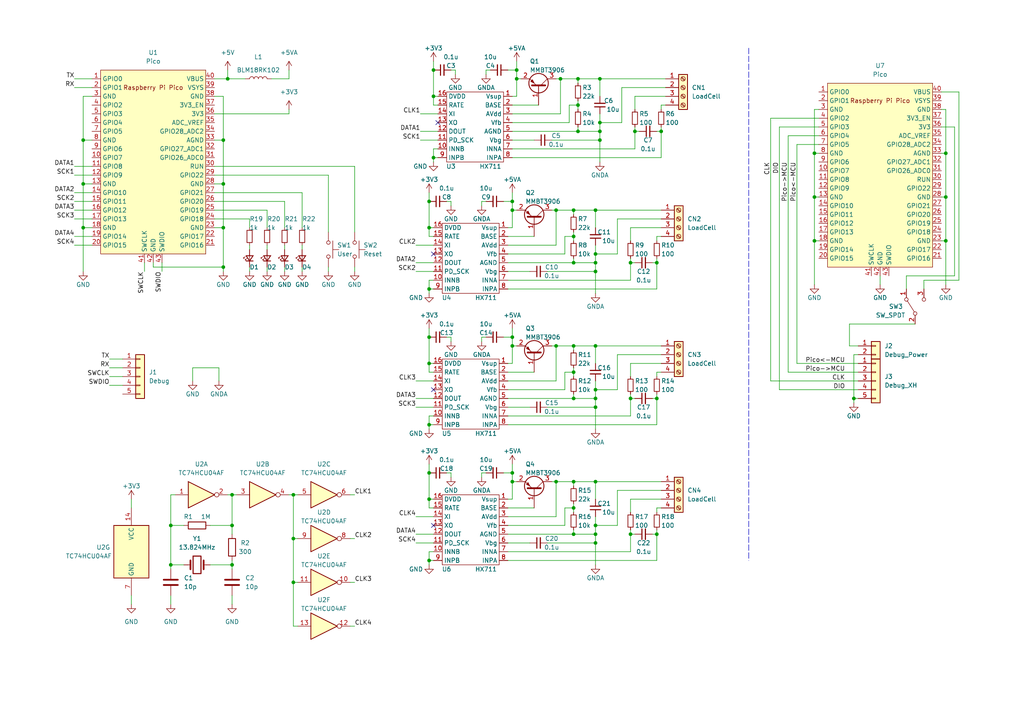
<source format=kicad_sch>
(kicad_sch (version 20211123) (generator eeschema)
  (paper "A4")
  (junction (at 162.56 22.86))
  (junction (at 172.72 73.66))
  (junction (at 172.72 139.7))
  (junction (at 172.72 157.48))
  (junction (at 191.77 38.1))
  (junction (at 274.32 44.45))
  (junction (at 167.64 22.86))
  (junction (at 190.5 115.57))
  (junction (at 24.13 53.34))
  (junction (at 161.29 100.33))
  (junction (at 149.86 22.86))
  (junction (at 172.72 100.33))
  (junction (at 166.37 147.32))
  (junction (at 167.64 30.48))
  (junction (at 166.37 107.95))
  (junction (at 236.22 44.45))
  (junction (at 172.72 115.57))
  (junction (at 124.46 162.56))
  (junction (at 24.13 66.04))
  (junction (at 173.99 22.86))
  (junction (at 124.46 97.79))
  (junction (at 149.86 20.32))
  (junction (at 167.64 38.1))
  (junction (at 247.65 115.57))
  (junction (at 85.09 168.91))
  (junction (at 190.5 154.94))
  (junction (at 148.59 58.42))
  (junction (at 190.5 76.2))
  (junction (at 67.31 163.83))
  (junction (at 172.72 154.94))
  (junction (at 172.72 60.96))
  (junction (at 172.72 113.03))
  (junction (at 125.73 27.94))
  (junction (at 67.31 143.51))
  (junction (at 125.73 20.32))
  (junction (at 172.72 78.74))
  (junction (at 173.99 35.56))
  (junction (at 172.72 76.2))
  (junction (at 124.46 137.16))
  (junction (at 49.53 152.4))
  (junction (at 182.88 154.94))
  (junction (at 125.73 45.72))
  (junction (at 124.46 66.04))
  (junction (at 172.72 152.4))
  (junction (at 85.09 143.51))
  (junction (at 148.59 100.33))
  (junction (at 148.59 139.7))
  (junction (at 64.77 66.04))
  (junction (at 166.37 60.96))
  (junction (at 64.77 77.47))
  (junction (at 166.37 76.2))
  (junction (at 66.04 22.86))
  (junction (at 173.99 38.1))
  (junction (at 64.77 40.64))
  (junction (at 236.22 69.85))
  (junction (at 124.46 123.19))
  (junction (at 67.31 152.4))
  (junction (at 161.29 139.7))
  (junction (at 148.59 60.96))
  (junction (at 274.32 57.15))
  (junction (at 173.99 40.64))
  (junction (at 182.88 115.57))
  (junction (at 166.37 139.7))
  (junction (at 184.15 38.1))
  (junction (at 24.13 40.64))
  (junction (at 166.37 100.33))
  (junction (at 49.53 163.83))
  (junction (at 124.46 83.82))
  (junction (at 236.22 57.15))
  (junction (at 161.29 60.96))
  (junction (at 166.37 154.94))
  (junction (at 274.32 69.85))
  (junction (at 182.88 76.2))
  (junction (at 64.77 53.34))
  (junction (at 148.59 137.16))
  (junction (at 166.37 115.57))
  (junction (at 148.59 97.79))
  (junction (at 172.72 118.11))
  (junction (at 166.37 68.58))
  (junction (at 124.46 105.41))
  (junction (at 85.09 156.21))
  (junction (at 124.46 144.78))
  (junction (at 124.46 58.42))
  (no_connect (at 125.73 152.4))
  (no_connect (at 125.73 113.03))
  (no_connect (at 125.73 73.66))
  (no_connect (at 127 35.56))
  (wire (pts (xy 102.87 77.47) (xy 102.87 78.74)))
  (wire (pts (xy 172.72 76.2) (xy 172.72 78.74)))
  (wire (pts (xy 120.65 149.86) (xy 125.73 149.86)))
  (wire (pts (xy 148.59 43.18) (xy 184.15 43.18)))
  (wire (pts (xy 262.89 80.01) (xy 276.86 80.01)))
  (wire (pts (xy 85.09 168.91) (xy 86.36 168.91)))
  (wire (pts (xy 237.49 57.15) (xy 236.22 57.15)))
  (wire (pts (xy 148.59 35.56) (xy 165.1 35.56)))
  (wire (pts (xy 236.22 44.45) (xy 236.22 57.15)))
  (wire (pts (xy 120.65 71.12) (xy 125.73 71.12)))
  (wire (pts (xy 124.46 83.82) (xy 124.46 85.09)))
  (wire (pts (xy 139.7 137.16) (xy 139.7 138.43)))
  (wire (pts (xy 62.23 33.02) (xy 83.82 33.02)))
  (wire (pts (xy 78.74 22.86) (xy 83.82 22.86)))
  (wire (pts (xy 64.77 77.47) (xy 64.77 78.74)))
  (wire (pts (xy 62.23 48.26) (xy 102.87 48.26)))
  (wire (pts (xy 191.77 102.87) (xy 179.07 102.87)))
  (wire (pts (xy 231.14 41.91) (xy 231.14 105.41)))
  (wire (pts (xy 101.6 143.51) (xy 102.87 143.51)))
  (wire (pts (xy 166.37 146.05) (xy 166.37 147.32)))
  (wire (pts (xy 148.59 27.94) (xy 149.86 27.94)))
  (wire (pts (xy 237.49 69.85) (xy 236.22 69.85)))
  (wire (pts (xy 148.59 134.62) (xy 148.59 137.16)))
  (wire (pts (xy 44.45 76.2) (xy 44.45 77.47)))
  (wire (pts (xy 160.02 100.33) (xy 161.29 100.33)))
  (wire (pts (xy 182.88 115.57) (xy 184.15 115.57)))
  (wire (pts (xy 182.88 76.2) (xy 184.15 76.2)))
  (wire (pts (xy 149.86 17.78) (xy 149.86 20.32)))
  (wire (pts (xy 147.32 83.82) (xy 190.5 83.82)))
  (wire (pts (xy 124.46 123.19) (xy 124.46 124.46)))
  (wire (pts (xy 147.32 115.57) (xy 166.37 115.57)))
  (wire (pts (xy 160.02 40.64) (xy 173.99 40.64)))
  (wire (pts (xy 166.37 153.67) (xy 166.37 154.94)))
  (wire (pts (xy 236.22 69.85) (xy 236.22 82.55)))
  (wire (pts (xy 166.37 67.31) (xy 166.37 68.58)))
  (wire (pts (xy 85.09 156.21) (xy 85.09 168.91)))
  (wire (pts (xy 148.59 139.7) (xy 149.86 139.7)))
  (wire (pts (xy 124.46 107.95) (xy 125.73 107.95)))
  (wire (pts (xy 172.72 157.48) (xy 172.72 163.83)))
  (wire (pts (xy 64.77 66.04) (xy 64.77 77.47)))
  (wire (pts (xy 161.29 139.7) (xy 161.29 149.86)))
  (wire (pts (xy 55.88 106.68) (xy 63.5 106.68)))
  (wire (pts (xy 102.87 48.26) (xy 102.87 67.31)))
  (wire (pts (xy 148.59 60.96) (xy 149.86 60.96)))
  (wire (pts (xy 148.59 95.25) (xy 148.59 97.79)))
  (wire (pts (xy 149.86 20.32) (xy 149.86 22.86)))
  (wire (pts (xy 85.09 168.91) (xy 85.09 181.61)))
  (wire (pts (xy 21.59 22.86) (xy 26.67 22.86)))
  (wire (pts (xy 124.46 134.62) (xy 124.46 137.16)))
  (wire (pts (xy 77.47 66.04) (xy 77.47 60.96)))
  (wire (pts (xy 237.49 39.37) (xy 228.6 39.37)))
  (wire (pts (xy 77.47 71.12) (xy 77.47 72.39)))
  (wire (pts (xy 62.23 58.42) (xy 82.55 58.42)))
  (wire (pts (xy 125.73 17.78) (xy 125.73 20.32)))
  (wire (pts (xy 166.37 68.58) (xy 166.37 69.85)))
  (wire (pts (xy 21.59 25.4) (xy 26.67 25.4)))
  (wire (pts (xy 87.63 77.47) (xy 87.63 78.74)))
  (wire (pts (xy 246.38 100.33) (xy 248.92 100.33)))
  (wire (pts (xy 129.54 97.79) (xy 130.81 97.79)))
  (wire (pts (xy 274.32 31.75) (xy 274.32 44.45)))
  (wire (pts (xy 148.59 137.16) (xy 148.59 139.7)))
  (wire (pts (xy 147.32 68.58) (xy 154.94 68.58)))
  (wire (pts (xy 87.63 55.88) (xy 62.23 55.88)))
  (wire (pts (xy 147.32 157.48) (xy 153.67 157.48)))
  (wire (pts (xy 182.88 74.93) (xy 182.88 76.2)))
  (wire (pts (xy 148.59 38.1) (xy 167.64 38.1)))
  (wire (pts (xy 124.46 97.79) (xy 124.46 105.41)))
  (wire (pts (xy 163.83 147.32) (xy 166.37 147.32)))
  (wire (pts (xy 182.88 109.22) (xy 182.88 105.41)))
  (wire (pts (xy 167.64 22.86) (xy 167.64 24.13)))
  (wire (pts (xy 64.77 40.64) (xy 64.77 53.34)))
  (wire (pts (xy 147.32 162.56) (xy 190.5 162.56)))
  (wire (pts (xy 182.88 120.65) (xy 182.88 115.57)))
  (wire (pts (xy 172.72 152.4) (xy 172.72 154.94)))
  (wire (pts (xy 166.37 107.95) (xy 166.37 109.22)))
  (wire (pts (xy 62.23 22.86) (xy 66.04 22.86)))
  (wire (pts (xy 166.37 100.33) (xy 172.72 100.33)))
  (wire (pts (xy 167.64 38.1) (xy 173.99 38.1)))
  (wire (pts (xy 124.46 81.28) (xy 124.46 83.82)))
  (wire (pts (xy 228.6 107.95) (xy 248.92 107.95)))
  (wire (pts (xy 172.72 73.66) (xy 172.72 76.2)))
  (wire (pts (xy 49.53 172.72) (xy 49.53 175.26)))
  (wire (pts (xy 166.37 154.94) (xy 172.72 154.94)))
  (wire (pts (xy 278.13 26.67) (xy 273.05 26.67)))
  (wire (pts (xy 248.92 113.03) (xy 226.06 113.03)))
  (wire (pts (xy 148.59 58.42) (xy 148.59 60.96)))
  (wire (pts (xy 124.46 105.41) (xy 124.46 107.95)))
  (wire (pts (xy 146.05 97.79) (xy 148.59 97.79)))
  (wire (pts (xy 147.32 71.12) (xy 161.29 71.12)))
  (wire (pts (xy 172.72 113.03) (xy 172.72 115.57)))
  (wire (pts (xy 190.5 83.82) (xy 190.5 76.2)))
  (wire (pts (xy 172.72 139.7) (xy 172.72 144.78)))
  (wire (pts (xy 72.39 66.04) (xy 72.39 63.5)))
  (wire (pts (xy 72.39 77.47) (xy 72.39 78.74)))
  (wire (pts (xy 85.09 143.51) (xy 86.36 143.51)))
  (wire (pts (xy 267.97 83.82) (xy 267.97 81.28)))
  (wire (pts (xy 274.32 44.45) (xy 274.32 57.15)))
  (wire (pts (xy 191.77 142.24) (xy 179.07 142.24)))
  (wire (pts (xy 228.6 39.37) (xy 228.6 107.95)))
  (wire (pts (xy 72.39 71.12) (xy 72.39 72.39)))
  (wire (pts (xy 130.81 20.32) (xy 132.08 20.32)))
  (wire (pts (xy 223.52 34.29) (xy 237.49 34.29)))
  (wire (pts (xy 129.54 58.42) (xy 130.81 58.42)))
  (wire (pts (xy 125.73 81.28) (xy 124.46 81.28)))
  (wire (pts (xy 167.64 22.86) (xy 173.99 22.86)))
  (wire (pts (xy 21.59 71.12) (xy 26.67 71.12)))
  (wire (pts (xy 38.1 172.72) (xy 38.1 175.26)))
  (wire (pts (xy 125.73 45.72) (xy 127 45.72)))
  (wire (pts (xy 147.32 81.28) (xy 182.88 81.28)))
  (wire (pts (xy 142.24 20.32) (xy 140.97 20.32)))
  (wire (pts (xy 172.72 149.86) (xy 172.72 152.4)))
  (wire (pts (xy 182.88 114.3) (xy 182.88 115.57)))
  (wire (pts (xy 184.15 38.1) (xy 185.42 38.1)))
  (wire (pts (xy 62.23 66.04) (xy 64.77 66.04)))
  (wire (pts (xy 120.65 118.11) (xy 125.73 118.11)))
  (wire (pts (xy 184.15 31.75) (xy 184.15 27.94)))
  (wire (pts (xy 60.96 152.4) (xy 67.31 152.4)))
  (wire (pts (xy 21.59 48.26) (xy 26.67 48.26)))
  (wire (pts (xy 86.36 181.61) (xy 85.09 181.61)))
  (wire (pts (xy 172.72 60.96) (xy 191.77 60.96)))
  (wire (pts (xy 139.7 58.42) (xy 139.7 59.69)))
  (wire (pts (xy 231.14 105.41) (xy 248.92 105.41)))
  (wire (pts (xy 148.59 55.88) (xy 148.59 58.42)))
  (wire (pts (xy 120.65 154.94) (xy 125.73 154.94)))
  (wire (pts (xy 223.52 34.29) (xy 223.52 110.49)))
  (wire (pts (xy 173.99 38.1) (xy 173.99 40.64)))
  (wire (pts (xy 147.32 149.86) (xy 161.29 149.86)))
  (wire (pts (xy 189.23 154.94) (xy 190.5 154.94)))
  (wire (pts (xy 66.04 143.51) (xy 67.31 143.51)))
  (wire (pts (xy 120.65 110.49) (xy 125.73 110.49)))
  (wire (pts (xy 146.05 58.42) (xy 148.59 58.42)))
  (wire (pts (xy 24.13 66.04) (xy 26.67 66.04)))
  (wire (pts (xy 44.45 77.47) (xy 64.77 77.47)))
  (wire (pts (xy 182.88 154.94) (xy 184.15 154.94)))
  (wire (pts (xy 190.5 69.85) (xy 190.5 68.58)))
  (wire (pts (xy 24.13 53.34) (xy 26.67 53.34)))
  (wire (pts (xy 124.46 58.42) (xy 124.46 66.04)))
  (wire (pts (xy 127 43.18) (xy 125.73 43.18)))
  (wire (pts (xy 67.31 162.56) (xy 67.31 163.83)))
  (wire (pts (xy 236.22 31.75) (xy 236.22 44.45)))
  (wire (pts (xy 129.54 137.16) (xy 130.81 137.16)))
  (wire (pts (xy 247.65 115.57) (xy 248.92 115.57)))
  (wire (pts (xy 149.86 22.86) (xy 149.86 27.94)))
  (wire (pts (xy 184.15 36.83) (xy 184.15 38.1)))
  (wire (pts (xy 64.77 53.34) (xy 64.77 66.04)))
  (wire (pts (xy 167.64 36.83) (xy 167.64 38.1)))
  (wire (pts (xy 55.88 110.49) (xy 55.88 106.68)))
  (wire (pts (xy 172.72 60.96) (xy 172.72 66.04)))
  (wire (pts (xy 101.6 168.91) (xy 102.87 168.91)))
  (wire (pts (xy 182.88 160.02) (xy 182.88 154.94)))
  (wire (pts (xy 180.34 35.56) (xy 173.99 35.56)))
  (wire (pts (xy 148.59 30.48) (xy 156.21 30.48)))
  (wire (pts (xy 179.07 102.87) (xy 179.07 113.03)))
  (wire (pts (xy 148.59 100.33) (xy 149.86 100.33)))
  (wire (pts (xy 182.88 81.28) (xy 182.88 76.2)))
  (wire (pts (xy 165.1 30.48) (xy 167.64 30.48)))
  (wire (pts (xy 49.53 143.51) (xy 50.8 143.51)))
  (wire (pts (xy 66.04 22.86) (xy 71.12 22.86)))
  (wire (pts (xy 182.88 105.41) (xy 191.77 105.41)))
  (wire (pts (xy 237.49 44.45) (xy 236.22 44.45)))
  (wire (pts (xy 148.59 139.7) (xy 148.59 144.78)))
  (wire (pts (xy 182.88 148.59) (xy 182.88 144.78)))
  (wire (pts (xy 190.5 107.95) (xy 191.77 107.95)))
  (wire (pts (xy 147.32 73.66) (xy 163.83 73.66)))
  (wire (pts (xy 148.59 33.02) (xy 162.56 33.02)))
  (wire (pts (xy 49.53 163.83) (xy 49.53 165.1)))
  (wire (pts (xy 147.32 147.32) (xy 154.94 147.32)))
  (wire (pts (xy 147.32 120.65) (xy 182.88 120.65)))
  (wire (pts (xy 62.23 53.34) (xy 64.77 53.34)))
  (wire (pts (xy 237.49 41.91) (xy 231.14 41.91)))
  (wire (pts (xy 67.31 172.72) (xy 67.31 175.26)))
  (wire (pts (xy 24.13 40.64) (xy 26.67 40.64)))
  (wire (pts (xy 273.05 57.15) (xy 274.32 57.15)))
  (wire (pts (xy 120.65 115.57) (xy 125.73 115.57)))
  (wire (pts (xy 82.55 58.42) (xy 82.55 66.04)))
  (wire (pts (xy 148.59 40.64) (xy 154.94 40.64)))
  (polyline (pts (xy 217.17 13.97) (xy 217.17 162.56)))
  (wire (pts (xy 160.02 60.96) (xy 161.29 60.96)))
  (wire (pts (xy 95.25 50.8) (xy 95.25 67.31)))
  (wire (pts (xy 173.99 22.86) (xy 193.04 22.86)))
  (wire (pts (xy 267.97 81.28) (xy 278.13 81.28)))
  (wire (pts (xy 166.37 60.96) (xy 166.37 62.23)))
  (wire (pts (xy 125.73 27.94) (xy 127 27.94)))
  (wire (pts (xy 140.97 97.79) (xy 139.7 97.79)))
  (wire (pts (xy 82.55 71.12) (xy 82.55 72.39)))
  (wire (pts (xy 166.37 74.93) (xy 166.37 76.2)))
  (wire (pts (xy 124.46 120.65) (xy 124.46 123.19)))
  (wire (pts (xy 147.32 78.74) (xy 153.67 78.74)))
  (wire (pts (xy 274.32 82.55) (xy 274.32 69.85)))
  (wire (pts (xy 166.37 139.7) (xy 172.72 139.7)))
  (wire (pts (xy 190.5 154.94) (xy 190.5 153.67)))
  (wire (pts (xy 147.32 110.49) (xy 161.29 110.49)))
  (wire (pts (xy 67.31 143.51) (xy 67.31 152.4)))
  (wire (pts (xy 166.37 100.33) (xy 166.37 101.6)))
  (wire (pts (xy 49.53 152.4) (xy 53.34 152.4)))
  (wire (pts (xy 140.97 58.42) (xy 139.7 58.42)))
  (wire (pts (xy 166.37 115.57) (xy 172.72 115.57)))
  (wire (pts (xy 125.73 30.48) (xy 127 30.48)))
  (wire (pts (xy 148.59 97.79) (xy 148.59 100.33)))
  (wire (pts (xy 173.99 22.86) (xy 173.99 27.94)))
  (wire (pts (xy 172.72 71.12) (xy 172.72 73.66)))
  (wire (pts (xy 161.29 60.96) (xy 161.29 71.12)))
  (wire (pts (xy 180.34 25.4) (xy 180.34 35.56)))
  (wire (pts (xy 161.29 22.86) (xy 162.56 22.86)))
  (wire (pts (xy 21.59 68.58) (xy 26.67 68.58)))
  (wire (pts (xy 49.53 152.4) (xy 49.53 163.83)))
  (wire (pts (xy 124.46 162.56) (xy 125.73 162.56)))
  (wire (pts (xy 165.1 35.56) (xy 165.1 30.48)))
  (wire (pts (xy 160.02 139.7) (xy 161.29 139.7)))
  (wire (pts (xy 237.49 36.83) (xy 226.06 36.83)))
  (wire (pts (xy 278.13 81.28) (xy 278.13 26.67)))
  (wire (pts (xy 87.63 71.12) (xy 87.63 72.39)))
  (wire (pts (xy 161.29 100.33) (xy 161.29 110.49)))
  (wire (pts (xy 190.5 38.1) (xy 191.77 38.1)))
  (wire (pts (xy 125.73 160.02) (xy 124.46 160.02)))
  (wire (pts (xy 147.32 160.02) (xy 182.88 160.02)))
  (wire (pts (xy 125.73 20.32) (xy 125.73 27.94)))
  (wire (pts (xy 147.32 123.19) (xy 190.5 123.19)))
  (wire (pts (xy 173.99 40.64) (xy 173.99 46.99)))
  (wire (pts (xy 182.88 69.85) (xy 182.88 66.04)))
  (wire (pts (xy 172.72 118.11) (xy 172.72 124.46)))
  (wire (pts (xy 163.83 113.03) (xy 163.83 107.95)))
  (wire (pts (xy 46.99 76.2) (xy 46.99 78.74)))
  (wire (pts (xy 248.92 102.87) (xy 247.65 102.87)))
  (wire (pts (xy 130.81 97.79) (xy 130.81 99.06)))
  (wire (pts (xy 77.47 77.47) (xy 77.47 78.74)))
  (wire (pts (xy 182.88 153.67) (xy 182.88 154.94)))
  (wire (pts (xy 147.32 20.32) (xy 149.86 20.32)))
  (wire (pts (xy 172.72 78.74) (xy 172.72 85.09)))
  (wire (pts (xy 189.23 76.2) (xy 190.5 76.2)))
  (wire (pts (xy 158.75 78.74) (xy 172.72 78.74)))
  (wire (pts (xy 148.59 60.96) (xy 148.59 66.04)))
  (wire (pts (xy 124.46 66.04) (xy 124.46 68.58)))
  (wire (pts (xy 147.32 154.94) (xy 166.37 154.94)))
  (wire (pts (xy 166.37 76.2) (xy 172.72 76.2)))
  (wire (pts (xy 191.77 38.1) (xy 191.77 36.83)))
  (wire (pts (xy 67.31 143.51) (xy 68.58 143.51)))
  (wire (pts (xy 82.55 77.47) (xy 82.55 78.74)))
  (wire (pts (xy 83.82 143.51) (xy 85.09 143.51)))
  (wire (pts (xy 38.1 144.78) (xy 38.1 147.32)))
  (wire (pts (xy 147.32 107.95) (xy 154.94 107.95)))
  (wire (pts (xy 24.13 78.74) (xy 24.13 66.04)))
  (wire (pts (xy 172.72 139.7) (xy 191.77 139.7)))
  (wire (pts (xy 124.46 66.04) (xy 125.73 66.04)))
  (wire (pts (xy 190.5 123.19) (xy 190.5 115.57)))
  (wire (pts (xy 147.32 144.78) (xy 148.59 144.78)))
  (wire (pts (xy 236.22 57.15) (xy 236.22 69.85)))
  (wire (pts (xy 247.65 102.87) (xy 247.65 115.57)))
  (wire (pts (xy 124.46 95.25) (xy 124.46 97.79)))
  (wire (pts (xy 67.31 152.4) (xy 67.31 154.94)))
  (wire (pts (xy 24.13 66.04) (xy 24.13 53.34)))
  (wire (pts (xy 166.37 106.68) (xy 166.37 107.95)))
  (wire (pts (xy 148.59 45.72) (xy 191.77 45.72)))
  (wire (pts (xy 121.92 40.64) (xy 127 40.64)))
  (wire (pts (xy 265.43 93.98) (xy 246.38 93.98)))
  (wire (pts (xy 124.46 123.19) (xy 125.73 123.19)))
  (wire (pts (xy 190.5 147.32) (xy 191.77 147.32)))
  (wire (pts (xy 191.77 31.75) (xy 191.77 30.48)))
  (wire (pts (xy 273.05 44.45) (xy 274.32 44.45)))
  (wire (pts (xy 190.5 115.57) (xy 190.5 114.3)))
  (wire (pts (xy 95.25 77.47) (xy 95.25 78.74)))
  (wire (pts (xy 274.32 57.15) (xy 274.32 69.85)))
  (wire (pts (xy 182.88 66.04) (xy 191.77 66.04)))
  (wire (pts (xy 31.75 111.76) (xy 35.56 111.76)))
  (wire (pts (xy 162.56 22.86) (xy 167.64 22.86)))
  (wire (pts (xy 130.81 137.16) (xy 130.81 138.43)))
  (wire (pts (xy 191.77 63.5) (xy 179.07 63.5)))
  (wire (pts (xy 161.29 60.96) (xy 166.37 60.96)))
  (wire (pts (xy 125.73 43.18) (xy 125.73 45.72)))
  (wire (pts (xy 255.27 80.01) (xy 255.27 82.55)))
  (wire (pts (xy 124.46 55.88) (xy 124.46 58.42)))
  (wire (pts (xy 87.63 66.04) (xy 87.63 55.88)))
  (wire (pts (xy 121.92 33.02) (xy 127 33.02)))
  (wire (pts (xy 149.86 22.86) (xy 151.13 22.86)))
  (wire (pts (xy 166.37 147.32) (xy 166.37 148.59)))
  (wire (pts (xy 163.83 107.95) (xy 166.37 107.95)))
  (wire (pts (xy 63.5 106.68) (xy 63.5 110.49)))
  (wire (pts (xy 166.37 139.7) (xy 166.37 140.97)))
  (wire (pts (xy 120.65 78.74) (xy 125.73 78.74)))
  (wire (pts (xy 189.23 115.57) (xy 190.5 115.57)))
  (wire (pts (xy 64.77 27.94) (xy 64.77 40.64)))
  (wire (pts (xy 101.6 156.21) (xy 102.87 156.21)))
  (wire (pts (xy 246.38 93.98) (xy 246.38 100.33)))
  (wire (pts (xy 179.07 152.4) (xy 172.72 152.4)))
  (wire (pts (xy 262.89 83.82) (xy 262.89 80.01)))
  (wire (pts (xy 83.82 20.32) (xy 83.82 22.86)))
  (wire (pts (xy 179.07 63.5) (xy 179.07 73.66)))
  (wire (pts (xy 83.82 33.02) (xy 83.82 31.75)))
  (wire (pts (xy 190.5 76.2) (xy 190.5 74.93)))
  (wire (pts (xy 179.07 142.24) (xy 179.07 152.4)))
  (wire (pts (xy 163.83 68.58) (xy 166.37 68.58)))
  (wire (pts (xy 140.97 137.16) (xy 139.7 137.16)))
  (wire (pts (xy 124.46 68.58) (xy 125.73 68.58)))
  (wire (pts (xy 172.72 154.94) (xy 172.72 157.48)))
  (wire (pts (xy 182.88 144.78) (xy 191.77 144.78)))
  (wire (pts (xy 146.05 137.16) (xy 148.59 137.16)))
  (wire (pts (xy 124.46 147.32) (xy 125.73 147.32)))
  (wire (pts (xy 101.6 181.61) (xy 102.87 181.61)))
  (wire (pts (xy 167.64 29.21) (xy 167.64 30.48)))
  (wire (pts (xy 161.29 139.7) (xy 166.37 139.7)))
  (wire (pts (xy 148.59 100.33) (xy 148.59 105.41)))
  (wire (pts (xy 124.46 162.56) (xy 124.46 163.83)))
  (wire (pts (xy 167.64 30.48) (xy 167.64 31.75)))
  (wire (pts (xy 179.07 73.66) (xy 172.72 73.66)))
  (wire (pts (xy 247.65 116.84) (xy 247.65 115.57)))
  (wire (pts (xy 85.09 156.21) (xy 86.36 156.21)))
  (wire (pts (xy 62.23 50.8) (xy 95.25 50.8)))
  (wire (pts (xy 147.32 113.03) (xy 163.83 113.03)))
  (wire (pts (xy 147.32 105.41) (xy 148.59 105.41)))
  (wire (pts (xy 161.29 100.33) (xy 166.37 100.33)))
  (wire (pts (xy 21.59 55.88) (xy 26.67 55.88)))
  (wire (pts (xy 226.06 113.03) (xy 226.06 36.83)))
  (wire (pts (xy 158.75 118.11) (xy 172.72 118.11)))
  (wire (pts (xy 124.46 144.78) (xy 124.46 147.32)))
  (wire (pts (xy 31.75 109.22) (xy 35.56 109.22)))
  (wire (pts (xy 173.99 33.02) (xy 173.99 35.56)))
  (wire (pts (xy 274.32 69.85) (xy 273.05 69.85)))
  (wire (pts (xy 21.59 50.8) (xy 26.67 50.8)))
  (wire (pts (xy 67.31 163.83) (xy 67.31 165.1)))
  (wire (pts (xy 21.59 60.96) (xy 26.67 60.96)))
  (wire (pts (xy 190.5 162.56) (xy 190.5 154.94)))
  (wire (pts (xy 125.73 45.72) (xy 125.73 46.99)))
  (wire (pts (xy 124.46 137.16) (xy 124.46 144.78)))
  (wire (pts (xy 49.53 163.83) (xy 53.34 163.83)))
  (wire (pts (xy 125.73 27.94) (xy 125.73 30.48)))
  (wire (pts (xy 147.32 152.4) (xy 163.83 152.4)))
  (wire (pts (xy 166.37 60.96) (xy 172.72 60.96)))
  (wire (pts (xy 139.7 97.79) (xy 139.7 99.06)))
  (wire (pts (xy 120.65 157.48) (xy 125.73 157.48)))
  (wire (pts (xy 191.77 45.72) (xy 191.77 38.1)))
  (wire (pts (xy 190.5 68.58) (xy 191.77 68.58)))
  (wire (pts (xy 276.86 36.83) (xy 273.05 36.83)))
  (wire (pts (xy 72.39 63.5) (xy 62.23 63.5)))
  (wire (pts (xy 147.32 118.11) (xy 153.67 118.11)))
  (wire (pts (xy 163.83 152.4) (xy 163.83 147.32)))
  (wire (pts (xy 276.86 80.01) (xy 276.86 36.83)))
  (wire (pts (xy 31.75 106.68) (xy 35.56 106.68)))
  (wire (pts (xy 163.83 73.66) (xy 163.83 68.58)))
  (wire (pts (xy 21.59 63.5) (xy 26.67 63.5)))
  (wire (pts (xy 166.37 114.3) (xy 166.37 115.57)))
  (wire (pts (xy 162.56 22.86) (xy 162.56 33.02)))
  (wire (pts (xy 124.46 105.41) (xy 125.73 105.41)))
  (wire (pts (xy 190.5 148.59) (xy 190.5 147.32)))
  (wire (pts (xy 273.05 31.75) (xy 274.32 31.75)))
  (wire (pts (xy 147.32 76.2) (xy 166.37 76.2)))
  (wire (pts (xy 85.09 143.51) (xy 85.09 156.21)))
  (wire (pts (xy 132.08 20.32) (xy 132.08 21.59)))
  (wire (pts (xy 24.13 40.64) (xy 24.13 27.94)))
  (wire (pts (xy 41.91 76.2) (xy 41.91 78.74)))
  (wire (pts (xy 31.75 104.14) (xy 35.56 104.14)))
  (wire (pts (xy 121.92 38.1) (xy 127 38.1)))
  (wire (pts (xy 125.73 120.65) (xy 124.46 120.65)))
  (wire (pts (xy 184.15 43.18) (xy 184.15 38.1)))
  (wire (pts (xy 124.46 83.82) (xy 125.73 83.82)))
  (wire (pts (xy 237.49 31.75) (xy 236.22 31.75)))
  (wire (pts (xy 62.23 40.64) (xy 64.77 40.64)))
  (wire (pts (xy 193.04 25.4) (xy 180.34 25.4)))
  (wire (pts (xy 173.99 35.56) (xy 173.99 38.1)))
  (wire (pts (xy 124.46 144.78) (xy 125.73 144.78)))
  (wire (pts (xy 184.15 27.94) (xy 193.04 27.94)))
  (wire (pts (xy 158.75 157.48) (xy 172.72 157.48)))
  (wire (pts (xy 77.47 60.96) (xy 62.23 60.96)))
  (wire (pts (xy 124.46 160.02) (xy 124.46 162.56)))
  (wire (pts (xy 24.13 53.34) (xy 24.13 40.64)))
  (wire (pts (xy 172.72 100.33) (xy 191.77 100.33)))
  (wire (pts (xy 223.52 110.49) (xy 248.92 110.49)))
  (wire (pts (xy 21.59 58.42) (xy 26.67 58.42)))
  (wire (pts (xy 172.72 100.33) (xy 172.72 105.41)))
  (wire (pts (xy 24.13 27.94) (xy 26.67 27.94)))
  (wire (pts (xy 191.77 30.48) (xy 193.04 30.48)))
  (wire (pts (xy 130.81 58.42) (xy 130.81 59.69)))
  (wire (pts (xy 60.96 163.83) (xy 67.31 163.83)))
  (wire (pts (xy 179.07 113.03) (xy 172.72 113.03)))
  (wire (pts (xy 147.32 66.04) (xy 148.59 66.04)))
  (wire (pts (xy 66.04 20.32) (xy 66.04 22.86)))
  (wire (pts (xy 172.72 110.49) (xy 172.72 113.03)))
  (wire (pts (xy 62.23 27.94) (xy 64.77 27.94)))
  (wire (pts (xy 140.97 20.32) (xy 140.97 21.59)))
  (wire (pts (xy 172.72 115.57) (xy 172.72 118.11)))
  (wire (pts (xy 120.65 76.2) (xy 125.73 76.2)))
  (wire (pts (xy 49.53 152.4) (xy 49.53 143.51)))
  (wire (pts (xy 190.5 109.22) (xy 190.5 107.95)))
  (label "SWCLK" (at 41.91 78.74 270))
  (label "DIO" (at 245.11 113.03 180))
  (label "SWDIO" (at 46.99 78.74 270))
  (label "CLK1" (at 121.92 33.02 180))
  (label "RX" (at 31.75 106.68 180))
  (label "Pico->MCU" (at 245.11 107.95 180))
  (label "SWCLK" (at 31.75 109.22 180))
  (label "DATA2" (at 120.65 76.2 180))
  (label "SCK1" (at 21.59 50.8 180))
  (label "DATA3" (at 120.65 115.57 180))
  (label "DATA4" (at 120.65 154.94 180))
  (label "DATA2" (at 21.59 55.88 180))
  (label "CLK1" (at 102.87 143.51 0))
  (label "SCK4" (at 120.65 157.48 180))
  (label "DATA1" (at 121.92 38.1 180))
  (label "DATA4" (at 21.59 68.58 180))
  (label "SWDIO" (at 31.75 111.76 180))
  (label "Pico<-MCU" (at 231.14 46.99 270))
  (label "CLK" (at 245.11 110.49 180))
  (label "CLK3" (at 102.87 168.91 0))
  (label "SCK1" (at 121.92 40.64 180))
  (label "SCK2" (at 21.59 58.42 180))
  (label "SCK4" (at 21.59 71.12 180))
  (label "DIO" (at 226.06 46.99 270))
  (label "Pico->MCU" (at 228.6 46.99 270))
  (label "SCK3" (at 120.65 118.11 180))
  (label "CLK4" (at 102.87 181.61 0))
  (label "CLK" (at 223.52 46.99 270))
  (label "DATA3" (at 21.59 60.96 180))
  (label "CLK2" (at 102.87 156.21 0))
  (label "CLK4" (at 120.65 149.86 180))
  (label "DATA1" (at 21.59 48.26 180))
  (label "CLK2" (at 120.65 71.12 180))
  (label "TX" (at 31.75 104.14 180))
  (label "CLK3" (at 120.65 110.49 180))
  (label "TX" (at 21.59 22.86 180))
  (label "SCK2" (at 120.65 78.74 180))
  (label "Pico<-MCU" (at 245.11 105.41 180))
  (label "SCK3" (at 21.59 63.5 180))
  (label "RX" (at 21.59 25.4 180))
  (symbol (lib_id "Device:C_Small") (at 127 137.16 90) (mirror x) (unit 1)
    (property "Reference" "C18" (at 129.54 135.89 90))
    (property "Value" "0.1u" (at 129.54 133.35 90))
    (property "Footprint" "Capacitor_SMD:C_0603_1608Metric_Pad1.08x0.95mm_HandSolder" (effects hide))
  )
  (symbol (lib_id "Device:C_Small") (at 187.96 38.1 90) (unit 1)
    (property "Reference" "C7" (at 187.96 40.64 90))
    (property "Value" "0.1u" (at 187.96 43.18 90))
    (property "Footprint" "Capacitor_SMD:C_0603_1608Metric_Pad1.08x0.95mm_HandSolder" (effects hide))
  )
  (symbol (lib_id "Device:R") (at 67.31 158.75 180) (unit 1)
    (property "Reference" "R2" (at 71.12 157.48 0))
    (property "Value" "300" (at 71.12 160.02 0))
    (property "Footprint" "Resistor_SMD:R_0603_1608Metric_Pad0.98x0.95mm_HandSolder" (effects hide))
  )
  (symbol (lib_id "Device:LED_Small") (at 82.55 74.93 90) (unit 1)
    (property "Reference" "D3" (at 82.55 77.47 90) (effects (justify right)))
    (property "Value" "LED" (effects hide))
    (property "Footprint" "LED_SMD:LED_0603_1608Metric_Pad1.05x0.95mm_HandSolder" (effects hide))
  )
  (symbol (lib_id "Device:R_Small") (at 167.64 34.29 0) (unit 1)
    (property "Reference" "R4" (at 168.91 33.02 0) (effects (justify left)))
    (property "Value" "10k" (at 168.91 35.56 0) (effects (justify left)))
    (property "Footprint" "Resistor_SMD:R_0603_1608Metric_Pad0.98x0.95mm_HandSolder" (effects hide))
  )
  (symbol (lib_id "Device:LED_Small") (at 77.47 74.93 90) (unit 1)
    (property "Reference" "D2" (at 77.47 77.47 90) (effects (justify right)))
    (property "Value" "LED" (effects hide))
    (property "Footprint" "LED_SMD:LED_0603_1608Metric_Pad1.05x0.95mm_HandSolder" (effects hide))
  )
  (symbol (lib_id "user_library:HX711") (at 146.05 26.67 0) (mirror y) (unit 1)
    (property "Reference" "U3" (at 130.81 48.26 0))
    (property "Value" "HX711" (at 142.24 48.26 0))
    (property "Footprint" "Package_SO:SOP-16_3.9x9.9mm_P1.27mm" (effects hide))
  )
  (symbol (lib_id "Device:R") (at 57.15 152.4 90) (unit 1)
    (property "Reference" "R1" (at 54.61 149.86 90))
    (property "Value" "1M" (at 59.69 149.86 90))
    (property "Footprint" "Resistor_SMD:R_0805_2012Metric_Pad1.20x1.40mm_HandSolder" (effects hide))
  )
  (symbol (lib_id "power:GNDA") (at 172.72 85.09 0) (unit 1)
    (property "Reference" "#PWR023" (effects hide))
    (property "Value" "GNDA" (at 172.72 88.9 0))
  )
  (symbol (lib_id "Device:R_Small") (at 166.37 111.76 0) (unit 1)
    (property "Reference" "R12" (at 167.64 110.49 0) (effects (justify left)))
    (property "Value" "10k" (at 167.64 113.03 0) (effects (justify left)))
    (property "Footprint" "Resistor_SMD:R_0603_1608Metric_Pad0.98x0.95mm_HandSolder" (effects hide))
  )
  (symbol (lib_id "Device:C_Small") (at 144.78 20.32 270) (unit 1)
    (property "Reference" "C4" (at 142.24 19.05 90))
    (property "Value" "10u" (at 142.24 16.51 90))
    (property "Footprint" "Capacitor_SMD:C_0805_2012Metric_Pad1.18x1.45mm_HandSolder" (effects hide))
  )
  (symbol (lib_id "user_library:HX711") (at 144.78 143.51 0) (mirror y) (unit 1)
    (property "Reference" "U6" (at 129.54 165.1 0))
    (property "Value" "HX711" (at 140.97 165.1 0))
    (property "Footprint" "Package_SO:SOP-16_3.9x9.9mm_P1.27mm" (effects hide))
  )
  (symbol (lib_id "Switch:SW_Push") (at 95.25 72.39 270) (unit 1)
    (property "Reference" "SW1" (at 97.79 71.12 90) (effects (justify left)))
    (property "Value" "User" (at 97.79 73.66 90) (effects (justify left)))
    (property "Footprint" "user:SKRPACE010_kai" (effects hide))
  )
  (symbol (lib_id "power:GND") (at 247.65 116.84 0) (unit 1)
    (property "Reference" "#PWR043" (effects hide))
    (property "Value" "GND" (at 247.65 120.65 0))
  )
  (symbol (lib_id "Device:R_Small") (at 182.88 111.76 0) (unit 1)
    (property "Reference" "R13" (at 184.15 110.49 0) (effects (justify left)))
    (property "Value" "100" (at 184.15 113.03 0) (effects (justify left)))
    (property "Footprint" "Resistor_SMD:R_0603_1608Metric_Pad0.98x0.95mm_HandSolder" (effects hide))
  )
  (symbol (lib_id "power:+3.3V") (at 124.46 95.25 0) (unit 1)
    (property "Reference" "#PWR024" (effects hide))
    (property "Value" "+3.3V" (at 124.46 91.44 0))
  )
  (symbol (lib_id "Device:C_Small") (at 186.69 76.2 90) (unit 1)
    (property "Reference" "C12" (at 186.69 78.74 90))
    (property "Value" "0.1u" (at 186.69 81.28 90))
    (property "Footprint" "Capacitor_SMD:C_0603_1608Metric_Pad1.08x0.95mm_HandSolder" (effects hide))
  )
  (symbol (lib_id "Connector_Generic:Conn_01x02") (at 254 100.33 0) (unit 1)
    (property "Reference" "J2" (at 256.54 100.3299 0) (effects (justify left)))
    (property "Value" "Debug_Power" (at 256.54 102.8699 0) (effects (justify left)))
    (property "Footprint" "Connector_JST:JST_XH_S2B-XH-A_1x02_P2.50mm_Horizontal" (effects hide))
  )
  (symbol (lib_id "Device:R_Small") (at 87.63 68.58 0) (unit 1)
    (property "Reference" "R22" (at 87.63 63.5 0) (effects (justify left)))
    (property "Value" "1k" (at 87.63 66.04 0) (effects (justify left)))
    (property "Footprint" "Resistor_SMD:R_0603_1608Metric_Pad0.98x0.95mm_HandSolder" (effects hide))
  )
  (symbol (lib_id "power:GND") (at 124.46 163.83 0) (unit 1)
    (property "Reference" "#PWR031" (effects hide))
    (property "Value" "GND" (at 120.65 165.1 0))
  )
  (symbol (lib_id "Device:L") (at 74.93 22.86 90) (unit 1)
    (property "Reference" "L1" (at 74.93 16.51 90))
    (property "Value" "BLM18RK102" (at 74.93 20.32 90))
    (property "Footprint" "Inductor_SMD:L_0603_1608Metric_Pad1.05x0.95mm_HandSolder" (effects hide))
  )
  (symbol (lib_id "power:GND") (at 102.87 78.74 0) (unit 1)
    (property "Reference" "#PWR041" (effects hide))
    (property "Value" "GND" (at 102.87 82.55 0))
  )
  (symbol (lib_id "Device:R_Small") (at 166.37 64.77 0) (unit 1)
    (property "Reference" "R7" (at 167.64 63.5 0) (effects (justify left)))
    (property "Value" "22k" (at 167.64 66.04 0) (effects (justify left)))
    (property "Footprint" "Resistor_SMD:R_0603_1608Metric_Pad0.98x0.95mm_HandSolder" (effects hide))
  )
  (symbol (lib_id "Connector:Screw_Terminal_01x04") (at 196.85 102.87 0) (unit 1)
    (property "Reference" "CN3" (at 199.39 102.8699 0) (effects (justify left)))
    (property "Value" "LoadCell" (at 199.39 105.4099 0) (effects (justify left)))
    (property "Footprint" "Connector_Phoenix_MSTB:PhoenixContact_MSTBA_2,5_4-G-5,08_1x04_P5.08mm_Horizontal" (effects hide))
  )
  (symbol (lib_id "Device:R_Small") (at 190.5 72.39 0) (unit 1)
    (property "Reference" "R10" (at 191.77 71.12 0) (effects (justify left)))
    (property "Value" "100" (at 191.77 73.66 0) (effects (justify left)))
    (property "Footprint" "Resistor_SMD:R_0603_1608Metric_Pad0.98x0.95mm_HandSolder" (effects hide))
  )
  (symbol (lib_id "Device:Crystal") (at 57.15 163.83 0) (unit 1)
    (property "Reference" "Y1" (at 57.15 156.21 0))
    (property "Value" "13.824MHz" (at 57.15 158.75 0))
    (property "Footprint" "Crystal:Crystal_HC49-U_Vertical" (effects hide))
  )
  (symbol (lib_id "power:GND") (at 64.77 78.74 0) (unit 1)
    (property "Reference" "#PWR06" (effects hide))
    (property "Value" "GND" (at 64.77 82.55 0))
  )
  (symbol (lib_id "power:GND") (at 132.08 21.59 0) (unit 1)
    (property "Reference" "#PWR014" (effects hide))
    (property "Value" "GND" (at 132.08 25.4 0))
  )
  (symbol (lib_id "Connector_Generic:Conn_01x05") (at 254 110.49 0) (unit 1)
    (property "Reference" "J3" (at 256.54 109.2199 0) (effects (justify left)))
    (property "Value" "Debug_XH" (at 256.54 111.7599 0) (effects (justify left)))
    (property "Footprint" "Connector_JST:JST_XH_S5B-XH-A_1x05_P2.50mm_Horizontal" (effects hide))
  )
  (symbol (lib_id "Device:C_Small") (at 143.51 137.16 270) (unit 1)
    (property "Reference" "C19" (at 140.97 135.89 90))
    (property "Value" "10u" (at 140.97 133.35 90))
    (property "Footprint" "Capacitor_SMD:C_0805_2012Metric_Pad1.18x1.45mm_HandSolder" (effects hide))
  )
  (symbol (lib_id "power:GND") (at 130.81 99.06 0) (unit 1)
    (property "Reference" "#PWR026" (effects hide))
    (property "Value" "GND" (at 130.81 102.87 0))
  )
  (symbol (lib_id "power:+3.3V") (at 124.46 134.62 0) (unit 1)
    (property "Reference" "#PWR030" (effects hide))
    (property "Value" "+3.3V" (at 124.46 130.81 0))
  )
  (symbol (lib_id "Device:R_Small") (at 166.37 104.14 0) (unit 1)
    (property "Reference" "R11" (at 167.64 102.87 0) (effects (justify left)))
    (property "Value" "22k" (at 167.64 105.41 0) (effects (justify left)))
    (property "Footprint" "Resistor_SMD:R_0603_1608Metric_Pad0.98x0.95mm_HandSolder" (effects hide))
  )
  (symbol (lib_id "Transistor_BJT:MMBT3906") (at 154.94 102.87 270) (mirror x) (unit 1)
    (property "Reference" "Q3" (at 152.4 95.25 90) (effects (justify left)))
    (property "Value" "MMBT3906" (at 152.4 97.79 90) (effects (justify left)))
    (property "Footprint" "Package_TO_SOT_SMD:SOT-23" (effects hide))
    (property "Datasheet" "https://www.onsemi.com/pub/Collateral/2N3906-D.PDF" (effects hide))
  )
  (symbol (lib_id "74xx:74HC04") (at 58.42 143.51 0) (unit 1)
    (property "Reference" "U2" (at 58.42 134.62 0))
    (property "Value" "TC74HCU04AF" (at 58.42 137.16 0))
    (property "Footprint" "Package_SO:SO-14_5.3x10.2mm_P1.27mm" (effects hide))
    (property "Datasheet" "https://assets.nexperia.com/documents/data-sheet/74HC_HCT04.pdf" (effects hide))
  )
  (symbol (lib_id "Device:C_Small") (at 143.51 58.42 270) (unit 1)
    (property "Reference" "C9" (at 140.97 57.15 90))
    (property "Value" "10u" (at 140.97 54.61 90))
    (property "Footprint" "Capacitor_SMD:C_0805_2012Metric_Pad1.18x1.45mm_HandSolder" (effects hide))
  )
  (symbol (lib_id "power:GNDA") (at 139.7 59.69 0) (unit 1)
    (property "Reference" "#PWR021" (effects hide))
    (property "Value" "GNDA" (at 139.7 63.5 0))
  )
  (symbol (lib_id "power:GNDA") (at 139.7 99.06 0) (unit 1)
    (property "Reference" "#PWR027" (effects hide))
    (property "Value" "GNDA" (at 139.7 102.87 0))
  )
  (symbol (lib_id "power:GNDA") (at 139.7 138.43 0) (unit 1)
    (property "Reference" "#PWR033" (effects hide))
    (property "Value" "GNDA" (at 139.7 142.24 0))
  )
  (symbol (lib_id "power:GND") (at 95.25 78.74 0) (unit 1)
    (property "Reference" "#PWR040" (effects hide))
    (property "Value" "GND" (at 95.25 82.55 0))
  )
  (symbol (lib_id "Device:C_Small") (at 143.51 97.79 270) (unit 1)
    (property "Reference" "C14" (at 140.97 96.52 90))
    (property "Value" "10u" (at 140.97 93.98 90))
    (property "Footprint" "Capacitor_SMD:C_0805_2012Metric_Pad1.18x1.45mm_HandSolder" (effects hide))
  )
  (symbol (lib_id "power:GND") (at 55.88 110.49 0) (unit 1)
    (property "Reference" "#PWR08" (effects hide))
    (property "Value" "GND" (at 55.88 114.3 0))
  )
  (symbol (lib_id "power:+5VA") (at 149.86 17.78 0) (unit 1)
    (property "Reference" "#PWR016" (effects hide))
    (property "Value" "+5VA" (at 149.86 13.97 0))
  )
  (symbol (lib_id "74xx:74HC04") (at 76.2 143.51 0) (unit 2)
    (property "Reference" "U2" (at 76.2 134.62 0))
    (property "Value" "TC74HCU04AF" (at 76.2 137.16 0))
    (property "Footprint" "Package_SO:SO-14_5.3x10.2mm_P1.27mm" (effects hide))
    (property "Datasheet" "https://assets.nexperia.com/documents/data-sheet/74HC_HCT04.pdf" (effects hide))
  )
  (symbol (lib_id "Device:C_Small") (at 172.72 147.32 180) (unit 1)
    (property "Reference" "C21" (at 175.26 146.05 0))
    (property "Value" "10u" (at 176.53 148.59 0))
    (property "Footprint" "Capacitor_SMD:C_0805_2012Metric_Pad1.18x1.45mm_HandSolder" (effects hide))
  )
  (symbol (lib_id "power:+3.3V") (at 125.73 17.78 0) (unit 1)
    (property "Reference" "#PWR012" (effects hide))
    (property "Value" "+3.3V" (at 125.73 13.97 0))
  )
  (symbol (lib_id "power:+5VA") (at 148.59 134.62 0) (unit 1)
    (property "Reference" "#PWR034" (effects hide))
    (property "Value" "+5VA" (at 148.59 130.81 0))
  )
  (symbol (lib_id "power:+3.3V") (at 38.1 144.78 0) (unit 1)
    (property "Reference" "#PWR02" (effects hide))
    (property "Value" "+3.3V" (at 38.1 140.97 0))
  )
  (symbol (lib_id "power:GND") (at 125.73 46.99 0) (unit 1)
    (property "Reference" "#PWR013" (effects hide))
    (property "Value" "GND" (at 121.92 48.26 0))
  )
  (symbol (lib_id "power:GND") (at 67.31 175.26 0) (unit 1)
    (property "Reference" "#PWR05" (effects hide))
    (property "Value" "GND" (at 67.31 180.34 0))
  )
  (symbol (lib_id "power:GNDA") (at 140.97 21.59 0) (unit 1)
    (property "Reference" "#PWR015" (effects hide))
    (property "Value" "GNDA" (at 140.97 25.4 0))
  )
  (symbol (lib_id "Switch:SW_Push") (at 102.87 72.39 270) (unit 1)
    (property "Reference" "SW2" (at 105.41 71.12 90) (effects (justify left)))
    (property "Value" "Reset" (at 105.41 73.66 90) (effects (justify left)))
    (property "Footprint" "user:SKRPACE010_kai" (effects hide))
  )
  (symbol (lib_id "Device:C_Small") (at 156.21 157.48 90) (unit 1)
    (property "Reference" "C20" (at 160.02 156.21 90))
    (property "Value" "0.1u" (at 160.02 158.75 90))
    (property "Footprint" "Capacitor_SMD:C_0603_1608Metric_Pad1.08x0.95mm_HandSolder" (effects hide))
  )
  (symbol (lib_id "power:GND") (at 236.22 82.55 0) (unit 1)
    (property "Reference" "#PWR042" (effects hide))
    (property "Value" "GND" (at 236.22 86.36 0))
  )
  (symbol (lib_id "power:GND") (at 130.81 138.43 0) (unit 1)
    (property "Reference" "#PWR032" (effects hide))
    (property "Value" "GND" (at 130.81 142.24 0))
  )
  (symbol (lib_id "power:GND") (at 38.1 175.26 0) (unit 1)
    (property "Reference" "#PWR03" (effects hide))
    (property "Value" "GND" (at 38.1 180.34 0))
  )
  (symbol (lib_id "Device:C") (at 49.53 168.91 0) (unit 1)
    (property "Reference" "C1" (at 53.34 167.6399 0) (effects (justify left)))
    (property "Value" "10p" (at 53.34 170.1799 0) (effects (justify left)))
    (property "Footprint" "Capacitor_SMD:C_0603_1608Metric_Pad1.08x0.95mm_HandSolder" (effects hide))
  )
  (symbol (lib_id "Device:C_Small") (at 173.99 30.48 180) (unit 1)
    (property "Reference" "C6" (at 176.53 29.21 0))
    (property "Value" "10u" (at 177.8 31.75 0))
    (property "Footprint" "Capacitor_SMD:C_0805_2012Metric_Pad1.18x1.45mm_HandSolder" (effects hide))
  )
  (symbol (lib_id "power:+5VA") (at 148.59 95.25 0) (unit 1)
    (property "Reference" "#PWR028" (effects hide))
    (property "Value" "+5VA" (at 148.59 91.44 0))
  )
  (symbol (lib_id "power:GND") (at 255.27 82.55 0) (unit 1)
    (property "Reference" "#PWR044" (effects hide))
    (property "Value" "GND" (at 255.27 86.36 0))
  )
  (symbol (lib_id "Device:R_Small") (at 166.37 143.51 0) (unit 1)
    (property "Reference" "R15" (at 167.64 142.24 0) (effects (justify left)))
    (property "Value" "22k" (at 167.64 144.78 0) (effects (justify left)))
    (property "Footprint" "Resistor_SMD:R_0603_1608Metric_Pad0.98x0.95mm_HandSolder" (effects hide))
  )
  (symbol (lib_id "74xx:74HC04") (at 38.1 160.02 0) (unit 7)
    (property "Reference" "U2" (at 27.94 158.75 0) (effects (justify left)))
    (property "Value" "TC74HCU04AF" (at 19.05 161.29 0) (effects (justify left)))
    (property "Footprint" "Package_SO:SO-14_5.3x10.2mm_P1.27mm" (effects hide))
    (property "Datasheet" "https://assets.nexperia.com/documents/data-sheet/74HC_HCT04.pdf" (effects hide))
  )
  (symbol (lib_id "power:+3.3V") (at 83.82 31.75 0) (unit 1)
    (property "Reference" "#PWR011" (effects hide))
    (property "Value" "+3.3V" (at 83.82 26.67 0))
  )
  (symbol (lib_id "Device:C_Small") (at 128.27 20.32 90) (mirror x) (unit 1)
    (property "Reference" "C3" (at 130.81 19.05 90))
    (property "Value" "0.1u" (at 130.81 16.51 90))
    (property "Footprint" "Capacitor_SMD:C_0603_1608Metric_Pad1.08x0.95mm_HandSolder" (effects hide))
  )
  (symbol (lib_id "power:GNDA") (at 173.99 46.99 0) (unit 1)
    (property "Reference" "#PWR017" (effects hide))
    (property "Value" "GNDA" (at 173.99 50.8 0))
  )
  (symbol (lib_id "Device:LED_Small") (at 72.39 74.93 90) (unit 1)
    (property "Reference" "D1" (at 72.39 77.47 90) (effects (justify right)))
    (property "Value" "LED" (effects hide))
    (property "Footprint" "LED_SMD:LED_0603_1608Metric_Pad1.05x0.95mm_HandSolder" (effects hide))
  )
  (symbol (lib_id "power:+5V") (at 66.04 20.32 0) (unit 1)
    (property "Reference" "#PWR07" (effects hide))
    (property "Value" "+5V" (at 66.04 15.24 0))
  )
  (symbol (lib_id "power:GND") (at 24.13 78.74 0) (unit 1)
    (property "Reference" "#PWR01" (effects hide))
    (property "Value" "GND" (at 24.13 82.55 0))
  )
  (symbol (lib_id "Connector:Screw_Terminal_01x04") (at 196.85 142.24 0) (unit 1)
    (property "Reference" "CN4" (at 199.39 142.2399 0) (effects (justify left)))
    (property "Value" "LoadCell" (at 199.39 144.7799 0) (effects (justify left)))
    (property "Footprint" "Connector_Phoenix_MSTB:PhoenixContact_MSTBA_2,5_4-G-5,08_1x04_P5.08mm_Horizontal" (effects hide))
  )
  (symbol (lib_id "power:GNDA") (at 172.72 124.46 0) (unit 1)
    (property "Reference" "#PWR029" (effects hide))
    (property "Value" "GNDA" (at 172.72 128.27 0))
  )
  (symbol (lib_id "Device:R_Small") (at 190.5 111.76 0) (unit 1)
    (property "Reference" "R14" (at 191.77 110.49 0) (effects (justify left)))
    (property "Value" "100" (at 191.77 113.03 0) (effects (justify left)))
    (property "Footprint" "Resistor_SMD:R_0603_1608Metric_Pad0.98x0.95mm_HandSolder" (effects hide))
  )
  (symbol (lib_id "power:GND") (at 87.63 78.74 0) (unit 1)
    (property "Reference" "#PWR039" (effects hide))
    (property "Value" "GND" (at 87.63 82.55 0))
  )
  (symbol (lib_id "74xx:74HC04") (at 93.98 168.91 0) (unit 5)
    (property "Reference" "U2" (at 93.98 161.29 0))
    (property "Value" "TC74HCU04AF" (at 93.98 163.83 0))
    (property "Footprint" "Package_SO:SO-14_5.3x10.2mm_P1.27mm" (effects hide))
    (property "Datasheet" "https://assets.nexperia.com/documents/data-sheet/74HC_HCT04.pdf" (effects hide))
  )
  (symbol (lib_id "power:+5VA") (at 148.59 55.88 0) (unit 1)
    (property "Reference" "#PWR022" (effects hide))
    (property "Value" "+5VA" (at 148.59 52.07 0))
  )
  (symbol (lib_id "Device:C_Small") (at 156.21 78.74 90) (unit 1)
    (property "Reference" "C10" (at 160.02 77.47 90))
    (property "Value" "0.1u" (at 160.02 80.01 90))
    (property "Footprint" "Capacitor_SMD:C_0603_1608Metric_Pad1.08x0.95mm_HandSolder" (effects hide))
  )
  (symbol (lib_id "power:GNDA") (at 63.5 110.49 0) (unit 1)
    (property "Reference" "#PWR09" (effects hide))
    (property "Value" "GNDA" (at 63.5 114.3 0))
  )
  (symbol (lib_id "Device:C_Small") (at 127 58.42 90) (mirror x) (unit 1)
    (property "Reference" "C8" (at 129.54 57.15 90))
    (property "Value" "0.1u" (at 129.54 54.61 90))
    (property "Footprint" "Capacitor_SMD:C_0603_1608Metric_Pad1.08x0.95mm_HandSolder" (effects hide))
  )
  (symbol (lib_id "power:GND") (at 82.55 78.74 0) (unit 1)
    (property "Reference" "#PWR038" (effects hide))
    (property "Value" "GND" (at 82.55 82.55 0))
  )
  (symbol (lib_id "power:+3.3V") (at 124.46 55.88 0) (unit 1)
    (property "Reference" "#PWR018" (effects hide))
    (property "Value" "+3.3V" (at 124.46 52.07 0))
  )
  (symbol (lib_id "MCU_RaspberryPi_and_Boards:Pico") (at 255.27 50.8 0) (unit 1)
    (property "Reference" "U7" (at 255.27 19.05 0))
    (property "Value" "Pico" (at 255.27 21.59 0))
    (property "Footprint" "MCU_RaspberryPi_and_Boards:RPi_Pico_SMD_TH" (effects hide))
  )
  (symbol (lib_id "Device:R_Small") (at 82.55 68.58 0) (unit 1)
    (property "Reference" "R21" (at 82.55 63.5 0) (effects (justify left)))
    (property "Value" "1k" (at 82.55 66.04 0) (effects (justify left)))
    (property "Footprint" "Resistor_SMD:R_0603_1608Metric_Pad0.98x0.95mm_HandSolder" (effects hide))
  )
  (symbol (lib_id "Device:R_Small") (at 190.5 151.13 0) (unit 1)
    (property "Reference" "R18" (at 191.77 149.86 0) (effects (justify left)))
    (property "Value" "100" (at 191.77 152.4 0) (effects (justify left)))
    (property "Footprint" "Resistor_SMD:R_0603_1608Metric_Pad0.98x0.95mm_HandSolder" (effects hide))
  )
  (symbol (lib_id "Device:C_Small") (at 156.21 118.11 90) (unit 1)
    (property "Reference" "C15" (at 160.02 116.84 90))
    (property "Value" "0.1u" (at 160.02 119.38 90))
    (property "Footprint" "Capacitor_SMD:C_0603_1608Metric_Pad1.08x0.95mm_HandSolder" (effects hide))
  )
  (symbol (lib_id "74xx:74HC04") (at 93.98 181.61 0) (unit 6)
    (property "Reference" "U2" (at 93.98 173.99 0))
    (property "Value" "TC74HCU04AF" (at 93.98 176.53 0))
    (property "Footprint" "Package_SO:SO-14_5.3x10.2mm_P1.27mm" (effects hide))
    (property "Datasheet" "https://assets.nexperia.com/documents/data-sheet/74HC_HCT04.pdf" (effects hide))
  )
  (symbol (lib_id "Device:R_Small") (at 166.37 72.39 0) (unit 1)
    (property "Reference" "R8" (at 167.64 71.12 0) (effects (justify left)))
    (property "Value" "10k" (at 167.64 73.66 0) (effects (justify left)))
    (property "Footprint" "Resistor_SMD:R_0603_1608Metric_Pad0.98x0.95mm_HandSolder" (effects hide))
  )
  (symbol (lib_id "Device:R_Small") (at 167.64 26.67 0) (unit 1)
    (property "Reference" "R3" (at 168.91 25.4 0) (effects (justify left)))
    (property "Value" "22k" (at 168.91 27.94 0) (effects (justify left)))
    (property "Footprint" "Resistor_SMD:R_0603_1608Metric_Pad0.98x0.95mm_HandSolder" (effects hide))
  )
  (symbol (lib_id "Device:C_Small") (at 157.48 40.64 90) (unit 1)
    (property "Reference" "C5" (at 161.29 39.37 90))
    (property "Value" "0.1u" (at 161.29 41.91 90))
    (property "Footprint" "Capacitor_SMD:C_0603_1608Metric_Pad1.08x0.95mm_HandSolder" (effects hide))
  )
  (symbol (lib_id "Transistor_BJT:MMBT3906") (at 154.94 142.24 270) (mirror x) (unit 1)
    (property "Reference" "Q4" (at 152.4 134.62 90) (effects (justify left)))
    (property "Value" "MMBT3906" (at 152.4 137.16 90) (effects (justify left)))
    (property "Footprint" "Package_TO_SOT_SMD:SOT-23" (effects hide))
    (property "Datasheet" "https://www.onsemi.com/pub/Collateral/2N3906-D.PDF" (effects hide))
  )
  (symbol (lib_id "74xx:74HC04") (at 93.98 156.21 0) (unit 4)
    (property "Reference" "U2" (at 93.98 148.59 0))
    (property "Value" "TC74HCU04AF" (at 93.98 151.13 0))
    (property "Footprint" "Package_SO:SO-14_5.3x10.2mm_P1.27mm" (effects hide))
    (property "Datasheet" "https://assets.nexperia.com/documents/data-sheet/74HC_HCT04.pdf" (effects hide))
  )
  (symbol (lib_id "power:GND") (at 72.39 78.74 0) (unit 1)
    (property "Reference" "#PWR036" (effects hide))
    (property "Value" "GND" (at 72.39 82.55 0))
  )
  (symbol (lib_id "Device:C_Small") (at 127 97.79 90) (mirror x) (unit 1)
    (property "Reference" "C13" (at 129.54 96.52 90))
    (property "Value" "0.1u" (at 129.54 93.98 90))
    (property "Footprint" "Capacitor_SMD:C_0603_1608Metric_Pad1.08x0.95mm_HandSolder" (effects hide))
  )
  (symbol (lib_id "Device:LED_Small") (at 87.63 74.93 90) (unit 1)
    (property "Reference" "D4" (at 87.63 77.47 90) (effects (justify right)))
    (property "Value" "LED" (effects hide))
    (property "Footprint" "LED_SMD:LED_0603_1608Metric_Pad1.05x0.95mm_HandSolder" (effects hide))
  )
  (symbol (lib_id "power:+5VA") (at 83.82 20.32 0) (unit 1)
    (property "Reference" "#PWR010" (effects hide))
    (property "Value" "+5VA" (at 83.82 15.24 0))
  )
  (symbol (lib_id "Switch:SW_SPDT") (at 265.43 88.9 90) (unit 1)
    (property "Reference" "SW3" (at 257.81 88.9 90) (effects (justify right)))
    (property "Value" "SW_SPDT" (at 254 91.44 90) (effects (justify right)))
    (property "Footprint" "user:SSSS213202_parallel" (effects hide))
  )
  (symbol (lib_id "power:GNDA") (at 172.72 163.83 0) (unit 1)
    (property "Reference" "#PWR035" (effects hide))
    (property "Value" "GNDA" (at 172.72 167.64 0))
  )
  (symbol (lib_id "Device:R_Small") (at 166.37 151.13 0) (unit 1)
    (property "Reference" "R16" (at 167.64 149.86 0) (effects (justify left)))
    (property "Value" "10k" (at 167.64 152.4 0) (effects (justify left)))
    (property "Footprint" "Resistor_SMD:R_0603_1608Metric_Pad0.98x0.95mm_HandSolder" (effects hide))
  )
  (symbol (lib_id "Connector:Screw_Terminal_01x04") (at 198.12 25.4 0) (unit 1)
    (property "Reference" "CN1" (at 200.66 25.3999 0) (effects (justify left)))
    (property "Value" "LoadCell" (at 200.66 27.9399 0) (effects (justify left)))
    (property "Footprint" "Connector_Phoenix_MSTB:PhoenixContact_MSTBA_2,5_4-G-5,08_1x04_P5.08mm_Horizontal" (effects hide))
  )
  (symbol (lib_id "Device:R_Small") (at 182.88 151.13 0) (unit 1)
    (property "Reference" "R17" (at 184.15 149.86 0) (effects (justify left)))
    (property "Value" "100" (at 184.15 152.4 0) (effects (justify left)))
    (property "Footprint" "Resistor_SMD:R_0603_1608Metric_Pad0.98x0.95mm_HandSolder" (effects hide))
  )
  (symbol (lib_id "Device:C_Small") (at 186.69 154.94 90) (unit 1)
    (property "Reference" "C22" (at 186.69 157.48 90))
    (property "Value" "0.1u" (at 186.69 160.02 90))
    (property "Footprint" "Capacitor_SMD:C_0603_1608Metric_Pad1.08x0.95mm_HandSolder" (effects hide))
  )
  (symbol (lib_id "power:GND") (at 124.46 85.09 0) (unit 1)
    (property "Reference" "#PWR019" (effects hide))
    (property "Value" "GND" (at 120.65 86.36 0))
  )
  (symbol (lib_id "MCU_RaspberryPi_and_Boards:Pico") (at 44.45 46.99 0) (unit 1)
    (property "Reference" "U1" (at 44.45 15.24 0))
    (property "Value" "Pico" (at 44.45 17.78 0))
    (property "Footprint" "MCU_RaspberryPi_and_Boards:RPi_Pico_SMD_TH" (effects hide))
  )
  (symbol (lib_id "power:GND") (at 124.46 124.46 0) (unit 1)
    (property "Reference" "#PWR025" (effects hide))
    (property "Value" "GND" (at 120.65 125.73 0))
  )
  (symbol (lib_id "Device:R_Small") (at 184.15 34.29 0) (unit 1)
    (property "Reference" "R5" (at 185.42 33.02 0) (effects (justify left)))
    (property "Value" "100" (at 185.42 35.56 0) (effects (justify left)))
    (property "Footprint" "Resistor_SMD:R_0603_1608Metric_Pad0.98x0.95mm_HandSolder" (effects hide))
  )
  (symbol (lib_id "Connector:Screw_Terminal_01x04") (at 196.85 63.5 0) (unit 1)
    (property "Reference" "CN2" (at 199.39 63.4999 0) (effects (justify left)))
    (property "Value" "LoadCell" (at 199.39 66.0399 0) (effects (justify left)))
    (property "Footprint" "Connector_Phoenix_MSTB:PhoenixContact_MSTBA_2,5_4-G-5,08_1x04_P5.08mm_Horizontal" (effects hide))
  )
  (symbol (lib_id "power:GND") (at 49.53 175.26 0) (unit 1)
    (property "Reference" "#PWR04" (effects hide))
    (property "Value" "GND" (at 49.53 180.34 0))
  )
  (symbol (lib_id "user_library:HX711") (at 144.78 104.14 0) (mirror y) (unit 1)
    (property "Reference" "U5" (at 129.54 125.73 0))
    (property "Value" "HX711" (at 140.97 125.73 0))
    (property "Footprint" "Package_SO:SOP-16_3.9x9.9mm_P1.27mm" (effects hide))
  )
  (symbol (lib_id "power:GND") (at 130.81 59.69 0) (unit 1)
    (property "Reference" "#PWR020" (effects hide))
    (property "Value" "GND" (at 130.81 63.5 0))
  )
  (symbol (lib_id "Device:R_Small") (at 77.47 68.58 0) (unit 1)
    (property "Reference" "R20" (at 77.47 63.5 0) (effects (justify left)))
    (property "Value" "1k" (at 77.47 66.04 0) (effects (justify left)))
    (property "Footprint" "Resistor_SMD:R_0603_1608Metric_Pad0.98x0.95mm_HandSolder" (effects hide))
  )
  (symbol (lib_id "Transistor_BJT:MMBT3906") (at 156.21 25.4 270) (mirror x) (unit 1)
    (property "Reference" "Q1" (at 153.67 17.78 90) (effects (justify left)))
    (property "Value" "MMBT3906" (at 153.67 20.32 90) (effects (justify left)))
    (property "Footprint" "Package_TO_SOT_SMD:SOT-23" (effects hide))
    (property "Datasheet" "https://www.onsemi.com/pub/Collateral/2N3906-D.PDF" (effects hide))
  )
  (symbol (lib_id "Device:C") (at 67.31 168.91 0) (unit 1)
    (property "Reference" "C2" (at 71.12 167.6399 0) (effects (justify left)))
    (property "Value" "10p" (at 71.12 170.1799 0) (effects (justify left)))
    (property "Footprint" "Capacitor_SMD:C_0603_1608Metric_Pad1.08x0.95mm_HandSolder" (effects hide))
  )
  (symbol (lib_id "Connector_Generic:Conn_01x05") (at 40.64 109.22 0) (unit 1)
    (property "Reference" "J1" (at 43.18 107.9499 0) (effects (justify left)))
    (property "Value" "Debug" (at 43.18 110.4899 0) (effects (justify left)))
    (property "Footprint" "user:STlink" (effects hide))
  )
  (symbol (lib_id "Device:R_Small") (at 182.88 72.39 0) (unit 1)
    (property "Reference" "R9" (at 184.15 71.12 0) (effects (justify left)))
    (property "Value" "100" (at 184.15 73.66 0) (effects (justify left)))
    (property "Footprint" "Resistor_SMD:R_0603_1608Metric_Pad0.98x0.95mm_HandSolder" (effects hide))
  )
  (symbol (lib_id "user_library:HX711") (at 144.78 64.77 0) (mirror y) (unit 1)
    (property "Reference" "U4" (at 129.54 86.36 0))
    (property "Value" "HX711" (at 140.97 86.36 0))
    (property "Footprint" "Package_SO:SOP-16_3.9x9.9mm_P1.27mm" (effects hide))
  )
  (symbol (lib_id "power:GND") (at 77.47 78.74 0) (unit 1)
    (property "Reference" "#PWR037" (effects hide))
    (property "Value" "GND" (at 77.47 82.55 0))
  )
  (symbol (lib_id "Device:C_Small") (at 172.72 68.58 180) (unit 1)
    (property "Reference" "C11" (at 175.26 67.31 0))
    (property "Value" "10u" (at 176.53 69.85 0))
    (property "Footprint" "Capacitor_SMD:C_0805_2012Metric_Pad1.18x1.45mm_HandSolder" (effects hide))
  )
  (symbol (lib_id "Device:R_Small") (at 72.39 68.58 0) (unit 1)
    (property "Reference" "R19" (at 72.39 63.5 0) (effects (justify left)))
    (property "Value" "1k" (at 72.39 66.04 0) (effects (justify left)))
    (property "Footprint" "Resistor_SMD:R_0603_1608Metric_Pad0.98x0.95mm_HandSolder" (effects hide))
  )
  (symbol (lib_id "Device:C_Small") (at 172.72 107.95 180) (unit 1)
    (property "Reference" "C16" (at 175.26 106.68 0))
    (property "Value" "10u" (at 176.53 109.22 0))
    (property "Footprint" "Capacitor_SMD:C_0805_2012Metric_Pad1.18x1.45mm_HandSolder" (effects hide))
  )
  (symbol (lib_id "Transistor_BJT:MMBT3906") (at 154.94 63.5 270) (mirror x) (unit 1)
    (property "Reference" "Q2" (at 152.4 55.88 90) (effects (justify left)))
    (property "Value" "MMBT3906" (at 152.4 58.42 90) (effects (justify left)))
    (property "Footprint" "Package_TO_SOT_SMD:SOT-23" (effects hide))
    (property "Datasheet" "https://www.onsemi.com/pub/Collateral/2N3906-D.PDF" (effects hide))
  )
  (symbol (lib_id "Device:C_Small") (at 186.69 115.57 90) (unit 1)
    (property "Reference" "C17" (at 186.69 118.11 90))
    (property "Value" "0.1u" (at 186.69 120.65 90))
    (property "Footprint" "Capacitor_SMD:C_0603_1608Metric_Pad1.08x0.95mm_HandSolder" (effects hide))
  )
  (symbol (lib_id "Device:R_Small") (at 191.77 34.29 0) (unit 1)
    (property "Reference" "R6" (at 193.04 33.02 0) (effects (justify left)))
    (property "Value" "100" (at 193.04 35.56 0) (effects (justify left)))
    (property "Footprint" "Resistor_SMD:R_0603_1608Metric_Pad0.98x0.95mm_HandSolder" (effects hide))
  )
  (symbol (lib_id "power:GND") (at 274.32 82.55 0) (unit 1)
    (property "Reference" "#PWR045" (effects hide))
    (property "Value" "GND" (at 274.32 86.36 0))
  )
  (symbol (lib_id "74xx:74HC04") (at 93.98 143.51 0) (unit 3)
    (property "Reference" "U2" (at 93.98 134.62 0))
    (property "Value" "TC74HCU04AF" (at 93.98 137.16 0))
    (property "Footprint" "Package_SO:SO-14_5.3x10.2mm_P1.27mm" (effects hide))
    (property "Datasheet" "https://assets.nexperia.com/documents/data-sheet/74HC_HCT04.pdf" (effects hide))
  )
)
</source>
